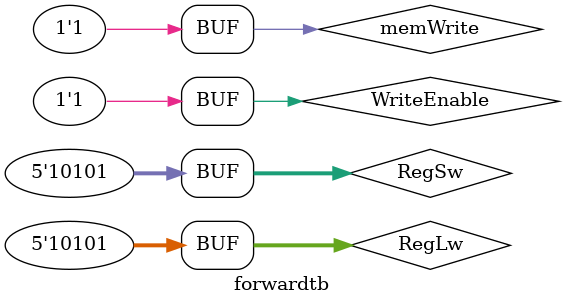
<source format=v>
module forward(input [4:0] RegLw,input[4:0] RegSw,input WriteEnable,input memWrite,output forwardF);

	assign forwardF=((WriteEnable==1'b1)&&(RegLw==RegSw)&&(RegLw!=5'b00000)&&(RegSw!=5'b00000)&&(memWrite==1'b1))?1'b1:1'b0;
always @(forwardF)
$display("forward");
endmodule

module forwardtb;
reg[4:0] RegLw;reg[4:0] RegSw ;reg WriteEnable;reg memWrite;wire forwardF;
initial
begin
$monitor($time,"RegLw %b RegSw %b WriteEnable %b memWrite %b forwardF %b",RegLw,RegSw ,WriteEnable,memWrite, forwardF);
#10
RegLw=5'b10101;
RegSw =5'b10101;
WriteEnable=1'b1;
memWrite=1'b1;
#10
RegLw=5'b10100;
RegSw =5'b10101;
WriteEnable=1'b1;
memWrite=1'b1;
#10
RegLw=5'b10101;
RegSw =5'b10101;
WriteEnable=1'b0;
memWrite=1'b0;
#10
RegLw=5'b10101;
RegSw =5'b10101;
WriteEnable=1'b1;
memWrite=1'b1;
end
forward f1(RegLw,RegSw,WriteEnable,memWrite,forwardF);
endmodule

</source>
